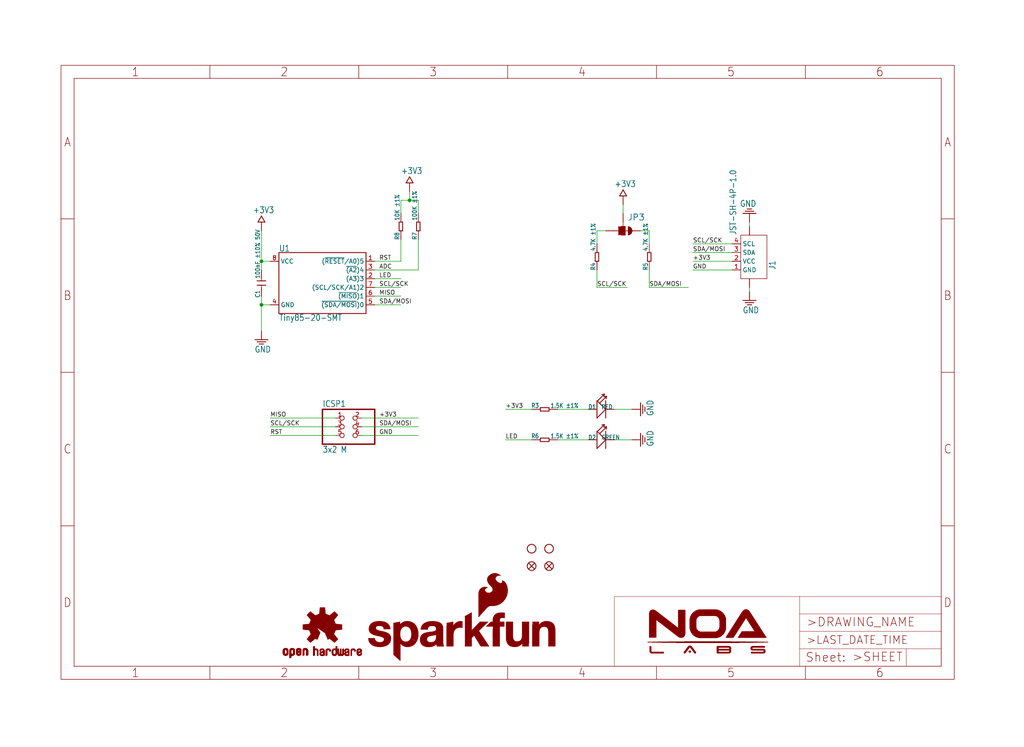
<source format=kicad_sch>
(kicad_sch (version 20211123) (generator eeschema)
  (paper "User" 298.45 217.881)
  (lib_symbols
    (symbol "eagleSchem-eagle-import:+3V3" (power)
      (property "Value" "+3V3" (at -2.54 2.54 0))
      (symbol "+3V3_1_0"
        (pin power_in line (at 0 -2.54 90) (length 2.54) (name "+3V3") (number "1"))
      )
    )
    (symbol "eagleSchem-eagle-import:A4L-LOC"
      (symbol "A4L-LOC_0_0"
        (text "1" (at 21.6958 1.905 0) (effects (font (size 2.54 2.286))))
        (text "1" (at 21.6958 177.165 0) (effects (font (size 2.54 2.286))))
        (text "2" (at 65.0875 1.905 0) (effects (font (size 2.54 2.286))))
        (text "2" (at 65.0875 177.165 0) (effects (font (size 2.54 2.286))))
        (text "3" (at 108.4792 1.905 0) (effects (font (size 2.54 2.286))))
        (text "3" (at 108.4792 177.165 0) (effects (font (size 2.54 2.286))))
        (text "4" (at 151.8708 1.905 0) (effects (font (size 2.54 2.286))))
        (text "4" (at 151.8708 177.165 0) (effects (font (size 2.54 2.286))))
        (text "5" (at 195.2625 1.905 0) (effects (font (size 2.54 2.286))))
        (text "5" (at 195.2625 177.165 0) (effects (font (size 2.54 2.286))))
        (text "6" (at 238.6542 1.905 0) (effects (font (size 2.54 2.286))))
        (text "6" (at 238.6542 177.165 0) (effects (font (size 2.54 2.286))))
        (text "A" (at 1.905 156.6863 0) (effects (font (size 2.54 2.286))))
        (text "A" (at 258.445 156.6863 0) (effects (font (size 2.54 2.286))))
        (text "B" (at 1.905 111.9188 0) (effects (font (size 2.54 2.286))))
        (text "B" (at 258.445 111.9188 0) (effects (font (size 2.54 2.286))))
        (text "C" (at 1.905 67.1513 0) (effects (font (size 2.54 2.286))))
        (text "C" (at 258.445 67.1513 0) (effects (font (size 2.54 2.286))))
        (text "D" (at 1.905 22.3838 0) (effects (font (size 2.54 2.286))))
        (text "D" (at 258.445 22.3838 0) (effects (font (size 2.54 2.286))))
      )
      (symbol "A4L-LOC_1_0"
        (text ">DRAWING_NAME" (at 217.17 15.24 0) (effects (font (size 2.54 2.54)) (justify left bottom)))
        (text ">LAST_DATE_TIME" (at 217.17 10.16 0) (effects (font (size 2.286 2.286)) (justify left bottom)))
        (text ">SHEET" (at 230.505 5.08 0) (effects (font (size 2.54 2.54)) (justify left bottom)))
        (text "Sheet:" (at 216.916 4.953 0) (effects (font (size 2.54 2.54)) (justify left bottom)))
      )
    )
    (symbol "eagleSchem-eagle-import:ATTINY85-ARDUINOTINY85-20-SMT"
      (property "Reference" "U" (at -12.7 10.414 0))
      (property "Value" "ATTINY85-ARDUINOTINY85-20-SMT" (at -12.7 -7.874 0))
      (symbol "ATTINY85-ARDUINOTINY85-20-SMT_1_0"
        (pin bidirectional line (at 15.24 7.62 180) (length 2.54) (name "(~{RESET}/A0)5") (number "1"))
        (pin bidirectional line (at 15.24 2.54 180) (length 2.54) (name "(A3)3") (number "2"))
        (pin bidirectional line (at 15.24 5.08 180) (length 2.54) (name "~{(A2})4") (number "3"))
        (pin bidirectional line (at -15.24 -5.08 0) (length 2.54) (name "GND") (number "4"))
        (pin bidirectional line (at 15.24 -5.08 180) (length 2.54) (name "~{(SDA/MOSI})0") (number "5"))
        (pin bidirectional line (at 15.24 -2.54 180) (length 2.54) (name "~{(MISO})1") (number "6"))
        (pin bidirectional line (at 15.24 0 180) (length 2.54) (name "(SCL/SCK/A1)2") (number "7"))
        (pin bidirectional line (at -15.24 7.62 0) (length 2.54) (name "VCC") (number "8"))
      )
    )
    (symbol "eagleSchem-eagle-import:C-0603"
      (property "Reference" "C" (at -4.318 0.381 0))
      (property "Value" "C-0603" (at 1.27 0.381 0))
      (symbol "C-0603_1_0"
        (pin passive line (at -3.81 0 0) (length 2.54) (name "1") (number "1"))
        (pin passive line (at 3.81 0 180) (length 2.54) (name "2") (number "2"))
      )
    )
    (symbol "eagleSchem-eagle-import:FIDUCIAL1X2")
    (symbol "eagleSchem-eagle-import:GND" (power)
      (property "Value" "GND" (at -2.032 -3.81 0))
      (symbol "GND_1_0"
        (pin power_in line (at 0 2.54 270) (length 2.54) (name "GND") (number "1"))
      )
    )
    (symbol "eagleSchem-eagle-import:JST-SH-4P-1.0"
      (property "Reference" "J" (at -3.81 -7.62 0))
      (property "Value" "JST-SH-4P-1.0" (at 6.35 3.81 0))
      (symbol "JST-SH-4P-1.0_1_0"
        (pin bidirectional line (at -3.81 5.08 270) (length 2.54) (name "GND") (number "1"))
        (pin bidirectional line (at -1.27 5.08 270) (length 2.54) (name "VCC") (number "2"))
        (pin bidirectional line (at 1.27 5.08 270) (length 2.54) (name "SDA") (number "3"))
        (pin bidirectional line (at 3.81 5.08 270) (length 2.54) (name "SCL") (number "4"))
        (pin bidirectional line (at -8.89 0 0) (length 2.54) (name "5") (number "NC1"))
        (pin bidirectional line (at 8.89 0 180) (length 2.54) (name "6") (number "NC2"))
      )
    )
    (symbol "eagleSchem-eagle-import:LED'0603'"
      (property "Reference" "D" (at -3.81 0 0))
      (property "Value" "LED'0603'" (at 0 0 0))
      (symbol "LED'0603'_1_0"
        (pin passive line (at -3.81 0 0) (length 2.54) (name "+") (number "+"))
        (pin passive line (at 3.81 0 180) (length 2.54) (name "-") (number "-"))
      )
    )
    (symbol "eagleSchem-eagle-import:OSHW-LOGOS")
    (symbol "eagleSchem-eagle-import:PINHD-2X3"
      (property "Reference" "JP" (at -6.35 5.715 0))
      (property "Value" "PINHD-2X3" (at -6.35 -7.62 0))
      (symbol "PINHD-2X3_1_0"
        (pin passive inverted (at -2.54 2.54 0) (length 2.54) (name "1") (number "1"))
        (pin passive inverted (at 5.08 2.54 180) (length 2.54) (name "2") (number "2"))
        (pin passive inverted (at -2.54 0 0) (length 2.54) (name "3") (number "3"))
        (pin passive inverted (at 5.08 0 180) (length 2.54) (name "4") (number "4"))
        (pin passive inverted (at -2.54 -2.54 0) (length 2.54) (name "5") (number "5"))
        (pin passive inverted (at 5.08 -2.54 180) (length 2.54) (name "6") (number "6"))
      )
    )
    (symbol "eagleSchem-eagle-import:R-0603"
      (property "Reference" "R" (at -3.937 0.381 0))
      (property "Value" "R-0603" (at 1.651 0.381 0))
      (symbol "R-0603_1_0"
        (pin passive line (at -3.81 0 0) (length 2.54) (name "1") (number "1"))
        (pin passive line (at 3.81 0 180) (length 2.54) (name "2") (number "2"))
      )
    )
    (symbol "eagleSchem-eagle-import:SFE_LOGO_NAME_FLAME.1_INCH")
    (symbol "eagleSchem-eagle-import:SMT-JUMPER_3_2-NC_TRACE"
      (property "Reference" "JP" (at 2.54 0.381 0))
      (property "Value" "SMT-JUMPER_3_2-NC_TRACE" (at 2.54 -0.381 0))
      (symbol "SMT-JUMPER_3_2-NC_TRACE_1_0"
        (pin passive line (at 0 5.08 270) (length 2.54) (name "1") (number "1"))
        (pin passive line (at -5.08 0 0) (length 2.54) (name "2") (number "2"))
        (pin passive line (at 0 -5.08 90) (length 2.54) (name "3") (number "3"))
      )
    )
    (symbol "eagleSchem-eagle-import:STAND-OFF")
  )
  (junction (at 76.2 76.2))
  (junction (at 119.38 58.42))
  (junction (at 76.2 88.9))
  (wire (pts (xy 189.23 67.31) (xy 189.23 71.12)))
  (wire (pts (xy 121.92 69.85) (xy 121.92 78.74)))
  (wire (pts (xy 116.84 81.28) (xy 109.22 81.28)))
  (wire (pts (xy 201.93 71.12) (xy 213.36 71.12)))
  (wire (pts (xy 218.44 85.09) (xy 218.44 83.82)))
  (wire (pts (xy 147.32 119.38) (xy 154.94 119.38)))
  (wire (pts (xy 181.61 59.69) (xy 181.61 62.23)))
  (wire (pts (xy 78.74 76.2) (xy 76.2 76.2)))
  (wire (pts (xy 186.69 67.31) (xy 189.23 67.31)))
  (wire (pts (xy 121.92 78.74) (xy 109.22 78.74)))
  (wire (pts (xy 105.41 127) (xy 121.92 127)))
  (wire (pts (xy 76.2 76.2) (xy 76.2 67.31)))
  (wire (pts (xy 119.38 55.88) (xy 119.38 58.42)))
  (wire (pts (xy 173.99 78.74) (xy 173.99 83.82)))
  (wire (pts (xy 97.79 127) (xy 78.74 127)))
  (wire (pts (xy 97.79 121.92) (xy 78.74 121.92)))
  (wire (pts (xy 116.84 76.2) (xy 109.22 76.2)))
  (wire (pts (xy 173.99 83.82) (xy 182.88 83.82)))
  (wire (pts (xy 116.84 69.85) (xy 116.84 76.2)))
  (wire (pts (xy 121.92 58.42) (xy 121.92 62.23)))
  (wire (pts (xy 76.2 78.74) (xy 76.2 76.2)))
  (wire (pts (xy 116.84 58.42) (xy 119.38 58.42)))
  (wire (pts (xy 147.32 128.27) (xy 154.94 128.27)))
  (wire (pts (xy 189.23 83.82) (xy 200.66 83.82)))
  (wire (pts (xy 76.2 88.9) (xy 76.2 96.52)))
  (wire (pts (xy 173.99 67.31) (xy 173.99 71.12)))
  (wire (pts (xy 76.2 86.36) (xy 76.2 88.9)))
  (wire (pts (xy 218.44 66.04) (xy 218.44 64.77)))
  (wire (pts (xy 116.84 83.82) (xy 109.22 83.82)))
  (wire (pts (xy 176.53 67.31) (xy 173.99 67.31)))
  (wire (pts (xy 105.41 124.46) (xy 121.92 124.46)))
  (wire (pts (xy 116.84 86.36) (xy 109.22 86.36)))
  (wire (pts (xy 105.41 121.92) (xy 121.92 121.92)))
  (wire (pts (xy 201.93 78.74) (xy 213.36 78.74)))
  (wire (pts (xy 179.07 119.38) (xy 184.15 119.38)))
  (wire (pts (xy 162.56 128.27) (xy 171.45 128.27)))
  (wire (pts (xy 116.84 88.9) (xy 109.22 88.9)))
  (wire (pts (xy 119.38 58.42) (xy 121.92 58.42)))
  (wire (pts (xy 201.93 76.2) (xy 213.36 76.2)))
  (wire (pts (xy 97.79 124.46) (xy 78.74 124.46)))
  (wire (pts (xy 78.74 88.9) (xy 76.2 88.9)))
  (wire (pts (xy 189.23 78.74) (xy 189.23 83.82)))
  (wire (pts (xy 213.36 73.66) (xy 201.93 73.66)))
  (wire (pts (xy 171.45 119.38) (xy 162.56 119.38)))
  (wire (pts (xy 179.07 128.27) (xy 184.15 128.27)))
  (wire (pts (xy 116.84 62.23) (xy 116.84 58.42)))
  (label "GND" (at 201.93 78.74 0) (effects (font (size 1.2446 1.2446))))
  (label "SCL/SCK" (at 173.99 83.82 0) (effects (font (size 1.2446 1.2446))))
  (label "+3V3" (at 147.32 119.38 0) (effects (font (size 1.2446 1.2446))))
  (label "SCL/SCK" (at 78.74 124.46 0) (effects (font (size 1.2446 1.2446))))
  (label "SDA/MOSI" (at 189.23 83.82 0) (effects (font (size 1.2446 1.2446))))
  (label "+3V3" (at 110.49 121.92 0) (effects (font (size 1.2446 1.2446))))
  (label "LED" (at 110.49 81.28 0) (effects (font (size 1.2446 1.2446))))
  (label "+3V3" (at 201.93 76.2 0) (effects (font (size 1.2446 1.2446))))
  (label "MISO" (at 78.74 121.92 0) (effects (font (size 1.2446 1.2446))))
  (label "SDA/MOSI" (at 201.93 73.66 0) (effects (font (size 1.2446 1.2446))))
  (label "SCL/SCK" (at 201.93 71.12 0) (effects (font (size 1.2446 1.2446))))
  (label "RST" (at 78.74 127 0) (effects (font (size 1.2446 1.2446))))
  (label "RST" (at 110.49 76.2 0) (effects (font (size 1.2446 1.2446))))
  (label "SDA/MOSI" (at 110.49 88.9 0) (effects (font (size 1.2446 1.2446))))
  (label "SCL/SCK" (at 110.49 83.82 0) (effects (font (size 1.2446 1.2446))))
  (label "LED" (at 147.32 128.27 0) (effects (font (size 1.2446 1.2446))))
  (label "SDA/MOSI" (at 110.49 124.46 0) (effects (font (size 1.2446 1.2446))))
  (label "GND" (at 110.49 127 0) (effects (font (size 1.2446 1.2446))))
  (label "ADC" (at 110.49 78.74 0) (effects (font (size 1.2446 1.2446))))
  (label "MISO" (at 110.49 86.36 0) (effects (font (size 1.2446 1.2446))))
  (symbol (lib_id "eagleSchem-eagle-import:FIDUCIAL1X2") (at 160.02 165.1 0) (unit 1)
    (property "Reference" "FID2" (effects hide))
    (property "Value" "FIDUCIAL1X2" (effects hide))
    (property "Footprint" "eagleSchem:FIDUCIAL-1X2" (effects hide))
  )
  (symbol (lib_id "eagleSchem-eagle-import:R-0603") (at 121.92 66.04 90) (unit 1)
    (property "Reference" "R7" (at 121.539 69.977 0) (effects (font (size 1.27 1.0795)) (justify left bottom)))
    (property "Value" "100K ±1%" (at 121.539 64.389 0) (effects (font (size 1.27 1.0795)) (justify left bottom)))
    (property "Footprint" "eagleSchem:R0603" (effects hide))
  )
  (symbol (lib_id "eagleSchem-eagle-import:LED'0603'") (at 175.26 119.38 0) (unit 1)
    (property "Reference" "D1" (at 171.45 119.38 0) (effects (font (size 1.27 1.0795)) (justify left bottom)))
    (property "Value" "RED" (at 175.26 119.38 0) (effects (font (size 1.27 1.0795)) (justify left bottom)))
    (property "Footprint" "eagleSchem:LED-0603" (effects hide))
  )
  (symbol (lib_id "eagleSchem-eagle-import:R-0603") (at 116.84 66.04 90) (unit 1)
    (property "Reference" "R8" (at 116.459 69.977 0) (effects (font (size 1.27 1.0795)) (justify left bottom)))
    (property "Value" "10K ±1%" (at 116.459 64.389 0) (effects (font (size 1.27 1.0795)) (justify left bottom)))
    (property "Footprint" "eagleSchem:R0603" (effects hide))
  )
  (symbol (lib_id "eagleSchem-eagle-import:FIDUCIAL1X2") (at 154.94 165.1 0) (unit 1)
    (property "Reference" "FID1" (effects hide))
    (property "Value" "FIDUCIAL1X2" (effects hide))
    (property "Footprint" "eagleSchem:FIDUCIAL-1X2" (effects hide))
  )
  (symbol (lib_id "eagleSchem-eagle-import:R-0603") (at 189.23 74.93 90) (unit 1)
    (property "Reference" "R5" (at 188.849 78.867 0) (effects (font (size 1.27 1.0795)) (justify left bottom)))
    (property "Value" "4.7K ±1%" (at 188.849 73.279 0) (effects (font (size 1.27 1.0795)) (justify left bottom)))
    (property "Footprint" "eagleSchem:R0603" (effects hide))
  )
  (symbol (lib_id "eagleSchem-eagle-import:ATTINY85-ARDUINOTINY85-20-SMT") (at 93.98 83.82 0) (unit 1)
    (property "Reference" "U1" (at 81.28 73.406 0) (effects (font (size 1.778 1.5113)) (justify left bottom)))
    (property "Value" "Tiny85-20-SMT" (at 81.28 91.694 0) (effects (font (size 1.778 1.5113)) (justify left top)))
    (property "Footprint" "eagleSchem:SO08-EIAJ_MCU" (effects hide))
  )
  (symbol (lib_id "eagleSchem-eagle-import:GND") (at 186.69 119.38 90) (unit 1)
    (property "Reference" "#GND5" (effects hide))
    (property "Value" "GND" (at 190.5 121.412 0) (effects (font (size 1.778 1.5113)) (justify left bottom)))
    (property "Footprint" "eagleSchem:" (effects hide))
  )
  (symbol (lib_id "eagleSchem-eagle-import:GND") (at 186.69 128.27 90) (unit 1)
    (property "Reference" "#GND6" (effects hide))
    (property "Value" "GND" (at 190.5 130.302 0) (effects (font (size 1.778 1.5113)) (justify left bottom)))
    (property "Footprint" "eagleSchem:" (effects hide))
  )
  (symbol (lib_id "eagleSchem-eagle-import:A4L-LOC") (at 17.78 198.12 0) (unit 1)
    (property "Reference" "#FRAME1" (effects hide))
    (property "Value" "A4L-LOC" (effects hide))
    (property "Footprint" "eagleSchem:" (effects hide))
  )
  (symbol (lib_id "eagleSchem-eagle-import:SFE_LOGO_NAME_FLAME.1_INCH") (at 106.68 193.04 0) (unit 1)
    (property "Reference" "LOGO1" (effects hide))
    (property "Value" "SFE_LOGO_NAME_FLAME.1_INCH" (effects hide))
    (property "Footprint" "eagleSchem:SFE_LOGO_NAME_FLAME_.1" (effects hide))
  )
  (symbol (lib_id "eagleSchem-eagle-import:GND") (at 218.44 87.63 0) (unit 1)
    (property "Reference" "#GND17" (effects hide))
    (property "Value" "GND" (at 216.408 91.44 0) (effects (font (size 1.778 1.5113)) (justify left bottom)))
    (property "Footprint" "eagleSchem:" (effects hide))
  )
  (symbol (lib_id "eagleSchem-eagle-import:C-0603") (at 76.2 82.55 90) (unit 1)
    (property "Reference" "C1" (at 75.819 86.868 0) (effects (font (size 1.27 1.0795)) (justify left bottom)))
    (property "Value" "100nF ±10% 50V" (at 75.819 81.28 0) (effects (font (size 1.27 1.0795)) (justify left bottom)))
    (property "Footprint" "eagleSchem:C0603" (effects hide))
  )
  (symbol (lib_id "eagleSchem-eagle-import:PINHD-2X3") (at 100.33 124.46 0) (unit 1)
    (property "Reference" "ICSP1" (at 93.98 118.745 0) (effects (font (size 1.778 1.5113)) (justify left bottom)))
    (property "Value" "3x2 M" (at 93.98 132.08 0) (effects (font (size 1.778 1.5113)) (justify left bottom)))
    (property "Footprint" "eagleSchem:2X03" (effects hide))
  )
  (symbol (lib_id "eagleSchem-eagle-import:+3V3") (at 76.2 64.77 0) (unit 1)
    (property "Reference" "#U$7" (effects hide))
    (property "Value" "+3V3" (at 73.66 62.23 0) (effects (font (size 1.778 1.5113)) (justify left bottom)))
    (property "Footprint" "eagleSchem:" (effects hide))
  )
  (symbol (lib_id "eagleSchem-eagle-import:R-0603") (at 158.75 128.27 0) (unit 1)
    (property "Reference" "R6" (at 154.813 127.889 0) (effects (font (size 1.27 1.0795)) (justify left bottom)))
    (property "Value" "1.5K ±1%" (at 160.401 127.889 0) (effects (font (size 1.27 1.0795)) (justify left bottom)))
    (property "Footprint" "eagleSchem:R0603" (effects hide))
  )
  (symbol (lib_id "eagleSchem-eagle-import:STAND-OFF") (at 160.02 160.02 0) (unit 1)
    (property "Reference" "STANDOFF2" (effects hide))
    (property "Value" "STAND-OFF" (effects hide))
    (property "Footprint" "eagleSchem:STAND-OFF" (effects hide))
  )
  (symbol (lib_id "eagleSchem-eagle-import:SMT-JUMPER_3_2-NC_TRACE") (at 181.61 67.31 270) (unit 1)
    (property "Reference" "JP3" (at 182.88 64.389 90) (effects (font (size 1.778 1.778)) (justify left bottom)))
    (property "Value" "SMT-JUMPER_3_2-NC_TRACE" (effects hide))
    (property "Footprint" "eagleSchem:SMT-JUMPER_3_2-NC_TRACE" (effects hide))
  )
  (symbol (lib_id "eagleSchem-eagle-import:+3V3") (at 119.38 53.34 0) (unit 1)
    (property "Reference" "#U$1" (effects hide))
    (property "Value" "+3V3" (at 116.84 50.8 0) (effects (font (size 1.778 1.5113)) (justify left bottom)))
    (property "Footprint" "eagleSchem:" (effects hide))
  )
  (symbol (lib_id "eagleSchem-eagle-import:LED'0603'") (at 175.26 128.27 0) (unit 1)
    (property "Reference" "D2" (at 171.45 128.27 0) (effects (font (size 1.27 1.0795)) (justify left bottom)))
    (property "Value" "GREEN" (at 175.26 128.27 0) (effects (font (size 1.27 1.0795)) (justify left bottom)))
    (property "Footprint" "eagleSchem:LED-0603" (effects hide))
  )
  (symbol (lib_id "eagleSchem-eagle-import:GND") (at 76.2 99.06 0) (unit 1)
    (property "Reference" "#GND4" (effects hide))
    (property "Value" "GND" (at 74.168 102.87 0) (effects (font (size 1.778 1.5113)) (justify left bottom)))
    (property "Footprint" "eagleSchem:" (effects hide))
  )
  (symbol (lib_id "eagleSchem-eagle-import:STAND-OFF") (at 154.94 160.02 0) (unit 1)
    (property "Reference" "STANDOFF1" (effects hide))
    (property "Value" "STAND-OFF" (effects hide))
    (property "Footprint" "eagleSchem:STAND-OFF" (effects hide))
  )
  (symbol (lib_id "eagleSchem-eagle-import:JST-SH-4P-1.0") (at 218.44 74.93 90) (unit 1)
    (property "Reference" "J1" (at 226.06 78.74 0) (effects (font (size 1.778 1.5113)) (justify left bottom)))
    (property "Value" "JST-SH-4P-1.0" (at 214.63 68.58 0) (effects (font (size 1.778 1.5113)) (justify left bottom)))
    (property "Footprint" "eagleSchem:JST-SH-4P" (effects hide))
  )
  (symbol (lib_id "eagleSchem-eagle-import:GND") (at 218.44 62.23 180) (unit 1)
    (property "Reference" "#GND18" (effects hide))
    (property "Value" "GND" (at 220.472 58.42 0) (effects (font (size 1.778 1.5113)) (justify left bottom)))
    (property "Footprint" "eagleSchem:" (effects hide))
  )
  (symbol (lib_id "eagleSchem-eagle-import:+3V3") (at 181.61 57.15 0) (unit 1)
    (property "Reference" "#U$8" (effects hide))
    (property "Value" "+3V3" (at 179.07 54.61 0) (effects (font (size 1.778 1.5113)) (justify left bottom)))
    (property "Footprint" "eagleSchem:" (effects hide))
  )
  (symbol (lib_id "eagleSchem-eagle-import:OSHW-LOGOS") (at 93.98 182.88 0) (unit 1)
    (property "Reference" "LOGO2" (effects hide))
    (property "Value" "OSHW-LOGOS" (effects hide))
    (property "Footprint" "eagleSchem:OSHW-LOGO-S" (effects hide))
  )
  (symbol (lib_id "eagleSchem-eagle-import:R-0603") (at 173.99 74.93 90) (unit 1)
    (property "Reference" "R4" (at 173.609 78.867 0) (effects (font (size 1.27 1.0795)) (justify left bottom)))
    (property "Value" "4.7K ±1%" (at 173.609 73.279 0) (effects (font (size 1.27 1.0795)) (justify left bottom)))
    (property "Footprint" "eagleSchem:R0603" (effects hide))
  )
  (symbol (lib_id "eagleSchem-eagle-import:R-0603") (at 158.75 119.38 0) (unit 1)
    (property "Reference" "R3" (at 154.813 118.999 0) (effects (font (size 1.27 1.0795)) (justify left bottom)))
    (property "Value" "1.5K ±1%" (at 160.401 118.999 0) (effects (font (size 1.27 1.0795)) (justify left bottom)))
    (property "Footprint" "eagleSchem:R0603" (effects hide))
  )
)
</source>
